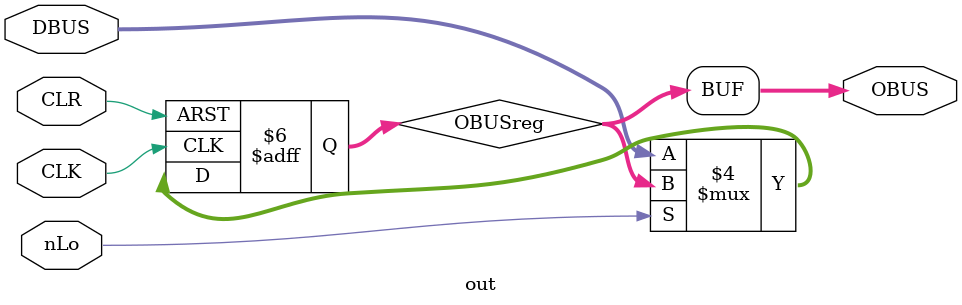
<source format=v>
`timescale 1ns / 1ps
/**
* Ouput Register /
*
* CLK  = Clock
* nLo  = Load data from ABUS & DBUS
* ABUS = Address bus
* DBUS = Data bus
* OBUS = Output bus
*/
module out(
    input        CLK,
    input        CLR,
    input        nLo,
    input  [7:0] DBUS,
    output [7:0] OBUS
  );
  
  reg [7:0] OBUSreg;
  
  assign OBUS = OBUSreg;

  initial
  begin
    OBUSreg <= 8'b0000_0000;
  end

  always @(negedge CLK or posedge CLR)
  begin
    if(CLR)
      begin
        OBUSreg <= 8'b0000_0000;
      end
    else if(!nLo)
      begin
      // Load from DBUS
      OBUSreg <= DBUS;
    end
  end
endmodule

</source>
